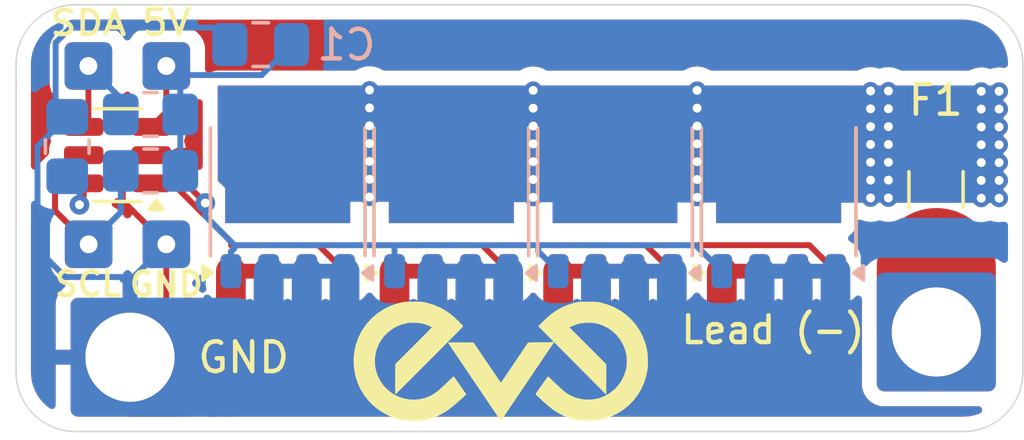
<source format=kicad_pcb>
(kicad_pcb (version 20240108) (generator "pcbnew") (generator_version "8.0")
  (layers (0 "F.Cu" signal) (31 "B.Cu" signal) (34 "B.Paste" user) (35 "F.Paste" user) (36 "B.SilkS" user "B.Silkscreen") (37 "F.SilkS" user "F.Silkscreen") (38 "B.Mask" user) (39 "F.Mask" user) (44 "Edge.Cuts" user))
  (net 0 "")
  (net 1 "GND")
  (net 2 "Net-(U1-A0)")
  (net 3 "SCL")
  (net 4 "+5V")
  (net 5 "SDA")
  (net 6 "Net-(Q1-G)")
  (net 7 "Lead (-)")
  (net 8 "Drain")
  (footprint "EVE PCB Project:eve Logo" (layer "F.Cu") (at 152.81 69.78)
    (property "Reference" "G***" (hide yes))
    (property "Value" "LOGO" (hide yes))
    (fp_poly (pts (xy -2.829644 -2.009768) (xy -2.748745 -2.008847) (xy -2.685186 -2.006691) (xy -2.633325 -2.002821) (xy -2.587524 -1.996758) (xy -2.542143 -1.988023) (xy -2.491542 -1.976137) (xy -2.468899 -1.970474) (xy -2.238667 -1.89993) (xy -2.025302 -1.808097) (xy -1.824504 -1.692947) (xy -1.708413 -1.61193) (xy -1.662543 -1.57547) (xy -1.607502 -1.528215) (xy -1.546856 -1.473628) (xy -1.484168 -1.415172) (xy -1.423005 -1.35631) (xy -1.366931 -1.300506) (xy -1.319512 -1.251223) (xy -1.284313 -1.211924) (xy -1.264899 -1.186073) (xy -1.262289 -1.178543) (xy -1.272559 -1.166795) (xy -1.301475 -1.136407) (xy -1.347479 -1.088942) (xy -1.409016 -1.025967) (xy -1.484531 -0.949047) (xy -1.572468 -0.859745) (xy -1.67127 -0.759628) (xy -1.779382 -0.650261) (xy -1.895247 -0.533208) (xy -2.017311 -0.410034) (xy -2.144017 -0.282304) (xy -2.273809 -0.151584) (xy -2.405131 -0.019439) (xy -2.536428 0.112567) (xy -2.666143 0.242869) (xy -2.792721 0.369901) (xy -2.914606 0.492099) (xy -3.030242 0.607897) (xy -3.138072 0.715731) (xy -3.236542 0.814035) (xy -3.324096 0.901244) (xy -3.399177 0.975794) (xy -3.460229 1.036119) (xy -3.505697 1.080655) (xy -3.534024 1.107836) (xy -3.543604 1.116169) (xy -3.544811 1.102394) (xy -3.545919 1.063202) (xy -3.546897 1.001799) (xy -3.547711 0.921388) (xy -3.548329 0.825173) (xy -3.548718 0.716359) (xy -3.548845 0.60453) (xy -3.548845 0.09289) (xy -2.933521 -0.52231) (xy -2.823908 -0.632052) (xy -2.720542 -0.735833) (xy -2.625166 -0.831884) (xy -2.53952 -0.918438) (xy -2.465347 -0.993726) (xy -2.40439 -1.055979) (xy -2.358389 -1.10343) (xy -2.329086 -1.13431) (xy -2.318225 -1.14685) (xy -2.318197 -1.146968) (xy -2.330746 -1.157334) (xy -2.364302 -1.174291) (xy -2.412732 -1.195355) (xy -2.469901 -1.218042) (xy -2.529673 -1.239868) (xy -2.585914 -1.258348) (xy -2.611549 -1.265763) (xy -2.68454 -1.280352) (xy -2.776491 -1.291103) (xy -2.877943 -1.297581) (xy -2.979439 -1.299349) (xy -3.071521 -1.295972) (xy -3.12972 -1.289645) (xy -3.311169 -1.247093) (xy -3.484384 -1.178689) (xy -3.646334 -1.086637) (xy -3.793991 -0.973138) (xy -3.924328 -0.840396) (xy -4.034314 -0.690615) (xy -4.090722 -0.590627) (xy -4.164414 -0.413855) (xy -4.210758 -0.232498) (xy -4.230129 -0.049068) (xy -4.222903 0.133921) (xy -4.189457 0.313957) (xy -4.130166 0.488527) (xy -4.045408 0.655118) (xy -3.935558 0.811217) (xy -3.869548 0.88645) (xy -3.731799 1.012413) (xy -3.579864 1.115129) (xy -3.416646 1.194271) (xy -3.245048 1.249509) (xy -3.067972 1.280515) (xy -2.888322 1.286962) (xy -2.708999 1.268521) (xy -2.532906 1.224864) (xy -2.362947 1.155662) (xy -2.220148 1.072962) (xy -2.162283 1.030275) (xy -2.088671 0.969702) (xy -2.002954 0.894411) (xy -1.90877 0.807568) (xy -1.843714 0.745438) (xy -1.773696 0.677928) (xy -1.710552 0.617556) (xy -1.65715 0.567024) (xy -1.61636 0.529032) (xy -1.59105 0.506282) (xy -1.58395 0.500845) (xy -1.574313 0.512008) (xy -1.551135 0.542964) (xy -1.517075 0.589916) (xy -1.474794 0.649064) (xy -1.426953 0.71661) (xy -1.376211 0.788757) (xy -1.325229 0.861705) (xy -1.276667 0.931657) (xy -1.233187 0.994814) (xy -1.197448 1.047377) (xy -1.172111 1.085549) (xy -1.159836 1.105531) (xy -1.159098 1.107415) (xy -1.169613 1.122023) (xy -1.198964 1.151935) (xy -1.243863 1.194302) (xy -1.30102 1.246273) (xy -1.367146 1.305001) (xy -1.438952 1.367634) (xy -1.51315 1.431324) (xy -1.58645 1.493222) (xy -1.655563 1.550478) (xy -1.717199 1.600242) (xy -1.768071 1.639665) (xy -1.800006 1.662656) (xy -1.967964 1.762992) (xy -2.153877 1.8508) (xy -2.348392 1.922106) (xy -2.518535 1.96789) (xy -2.587548 1.979078) (xy -2.677909 1.987841) (xy -2.782436 1.994032) (xy -2.893949 1.997502) (xy -3.005266 1.998103) (xy -3.109206 1.995685) (xy -3.198587 1.9901) (xy -3.255493 1.983135) (xy -3.488193 1.93039) (xy -3.70957 1.852541) (xy -3.918009 1.751147) (xy -4.111896 1.627769) (xy -4.289618 1.483965) (xy -4.449559 1.321294) (xy -4.590107 1.141317) (xy -4.709647 0.945592) (xy -4.806564 0.735679) (xy -4.879245 0.513138) (xy -4.908218 0.386367) (xy -4.940567 0.148389) (xy -4.945351 -0.088859) (xy -4.923002 -0.323046) (xy -4.873951 -0.551838) (xy -4.798633 -0.772903) (xy -4.697478 -0.983908) (xy -4.634882 -1.088768) (xy -4.492882 -1.284403) (xy -4.330399 -1.460257) (xy -4.148556 -1.615318) (xy -3.948474 -1.748572) (xy -3.834601 -1.810422) (xy -3.736415 -1.857133) (xy -3.641645 -1.895718) (xy -3.540283 -1.929825) (xy -3.422319 -1.963098) (xy -3.398591 -1.96927) (xy -3.344475 -1.982811) (xy -3.298054 -1.992953) (xy -3.253708 -2.000187) (xy -3.20582 -2.005006) (xy -3.148771 -2.007899) (xy -3.076942 -2.009359) (xy -2.984716 -2.009876) (xy -2.933521 -2.009933)) (fill solid) (layer "F.SilkS"))
    (fp_poly (pts (xy 3.038585 -2.009703) (xy 3.127614 -2.008013) (xy 3.198868 -2.004654) (xy 3.257761 -1.99929) (xy 3.309705 -1.991584) (xy 3.348123 -1.983899) (xy 3.584265 -1.918069) (xy 3.806344 -1.828094) (xy 4.013046 -1.715278) (xy 4.203053 -1.580923) (xy 4.375052 -1.426333) (xy 4.527726 -1.252812) (xy 4.65976 -1.061662) (xy 4.769838 -0.854188) (xy 4.856645 -0.631691) (xy 4.9101 -0.43645) (xy 4.926268 -0.343119) (xy 4.938419 -0.230338) (xy 4.94619 -0.107042) (xy 4.949221 0.017832) (xy 4.947149 0.13535) (xy 4.939613 0.236576) (xy 4.937898 0.250502) (xy 4.892838 0.487608) (xy 4.822325 0.713193) (xy 4.727695 0.925802) (xy 4.610287 1.123978) (xy 4.471437 1.306266) (xy 4.312483 1.47121) (xy 4.134763 1.617355) (xy 3.939614 1.743244) (xy 3.728373 1.847423) (xy 3.502379 1.928436) (xy 3.362817 1.964743) (xy 3.279615 1.978768) (xy 3.175923 1.989023) (xy 3.058932 1.995452) (xy 2.935832 1.997996) (xy 2.813815 1.996597) (xy 2.700071 1.991196) (xy 2.601791 1.981736) (xy 2.54 1.971395) (xy 2.330404 1.914503) (xy 2.1265 1.83699) (xy 1.935561 1.741945) (xy 1.798689 1.65651) (xy 1.749005 1.620112) (xy 1.68845 1.572518) (xy 1.620157 1.51652) (xy 1.547256 1.454912) (xy 1.472881 1.390485) (xy 1.400163 1.326034) (xy 1.332234 1.26435) (xy 1.272225 1.208228) (xy 1.22327 1.160459) (xy 1.1885 1.123836) (xy 1.171047 1.101153) (xy 1.169869 1.095771) (xy 1.189632 1.065018) (xy 1.221101 1.018405) (xy 1.261594 0.959702) (xy 1.308424 0.892675) (xy 1.358909 0.821095) (xy 1.410364 0.748729) (xy 1.460104 0.679346) (xy 1.505445 0.616715) (xy 1.543703 0.564604) (xy 1.572193 0.526782) (xy 1.588232 0.507017) (xy 1.590662 0.505014) (xy 1.603207 0.515295) (xy 1.633561 0.542652) (xy 1.678826 0.584399) (xy 1.73611 0.637853) (xy 1.802516 0.700329) (xy 1.860961 0.755663) (xy 1.96088 0.849624) (xy 2.044567 0.92598) (xy 2.115736 0.98765) (xy 2.178098 1.037554) (xy 2.235365 1.078614) (xy 2.291251 1.113748) (xy 2.349468 1.145878) (xy 2.371193 1.15701) (xy 2.531507 1.222588) (xy 2.704115 1.265515) (xy 2.883328 1.285405) (xy 3.063459 1.281874) (xy 3.238819 1.254536) (xy 3.349167 1.223269) (xy 3.523835 1.149138) (xy 3.684338 1.051514) (xy 3.828615 0.932794) (xy 3.954606 0.795377) (xy 4.060251 0.641662) (xy 4.143492 0.474047) (xy 4.202267 0.294932) (xy 4.220679 0.208443) (xy 4.230348 0.127087) (xy 4.234815 0.029519) (xy 4.234081 -0.072329) (xy 4.228145 -0.166528) (xy 4.220679 -0.222752) (xy 4.174235 -0.406399) (xy 4.103126 -0.578713) (xy 4.00946 -0.73763) (xy 3.895346 -0.881087) (xy 3.762892 -1.007021) (xy 3.614205 -1.11337) (xy 3.451394 -1.19807) (xy 3.276567 -1.259059) (xy 3.131 -1.289168) (xy 3.033133 -1.297941) (xy 2.920941 -1.299143) (xy 2.805393 -1.293286) (xy 2.69746 -1.280881) (xy 2.618705 -1.265269) (xy 2.557614 -1.246731) (xy 2.486257 -1.220831) (xy 2.419911 -1.193122) (xy 2.418902 -1.192661) (xy 2.312114 -1.14384) (xy 2.93048 -0.525352) (xy 3.548845 0.093136) (xy 3.548154 0.60823) (xy 3.547463 1.123324) (xy 2.670623 0.239899) (xy 1.793784 -0.643527) (xy 1.703859 -0.511369) (xy 1.677211 -0.472065) (xy 1.636676 -0.412089) (xy 1.584329 -0.334521) (xy 1.522247 -0.242442) (xy 1.452507 -0.138932) (xy 1.377184 -0.027072) (xy 1.298357 0.090057) (xy 1.233799 0.186029) (xy 1.152415 0.307005) (xy 1.071831 0.426723) (xy 0.994296 0.541843) (xy 0.922061 0.64903) (xy 0.857376 0.744945) (xy 0.802489 0.82625) (xy 0.75965 0.88961) (xy 0.737025 0.922986) (xy 0.701159 0.975924) (xy 0.652128 1.048491) (xy 0.592717 1.136557) (xy 0.525711 1.235987) (xy 0.453897 1.34265) (xy 0.380058 1.452412) (xy 0.32232 1.53831) (xy 0.254637 1.638946) (xy 0.191788 1.732214) (xy 0.1356 1.815414) (xy 0.087901 1.885849) (xy 0.050518 1.940819) (xy 0.025281 1.977627) (xy 0.014015 1.993573) (xy 0.013778 1.993859) (xy 0.002719 1.986667) (xy -0.021317 1.959227) (xy -0.055502 1.915151) (xy -0.097007 1.858048) (xy -0.131932 1.807831) (xy -0.173428 1.746884) (xy -0.227748 1.666798) (xy -0.291766 1.572196) (xy -0.362357 1.467702) (xy -0.436397 1.357941) (xy -0.51076 1.247536) (xy -0.550999 1.187719) (xy -0.624861 1.077913) (xy -0.7007 0.965258) (xy -0.77527 0.854571) (xy -0.845322 0.750668) (xy -0.907609 0.658366) (xy -0.958885 0.582484) (xy -0.980243 0.55093) (xy -1.081382 0.401493) (xy -1.180375 0.254952) (xy -1.275959 0.113196) (xy -1.366871 -0.02189) (xy -1.451848 -0.148417) (xy -1.529628 -0.264498) (xy -1.598946 -0.368244) (xy -1.658541 -0.45777) (xy -1.707148 -0.531187) (xy -1.743506 -0.586607) (xy -1.766351 -0.622144) (xy -1.77442 -0.63591) (xy -1.774422 -0.635943) (xy -1.760695 -0.637927) (xy -1.72184 -0.639498) (xy -1.661346 -0.640619) (xy -1.582702 -0.641251) (xy -1.489398 -0.641359) (xy -1.384923 -0.640903) (xy -1.343122 -0.640576) (xy -0.911822 -0.636788) (xy -0.780914 -0.443605) (xy -0.742872 -0.387408) (xy -0.691534 -0.311481) (xy -0.629601 -0.219824) (xy -0.559776 -0.116439) (xy -0.48476 -0.005326) (xy -0.407256 0.109515) (xy -0.329965 0.224082) (xy -0.3236 0.233518) (xy -0.253004 0.337934) (xy -0.187455 0.434394) (xy -0.128651 0.520439) (xy -0.078289 0.593607) (xy -0.038067 0.651436) (xy -0.009681 0.691465) (xy 0.00517 0.711233) (xy 0.006966 0.712898) (xy 0.011736 0.706344) (xy 0.023709 0.689008) (xy 0.0438 0.65953) (xy 0.072929 0.61655) (xy 0.112013 0.558708) (xy 0.161969 0.484644) (xy 0.223716 0.392997) (xy 0.298171 0.282408) (xy 0.386252 0.151517) (xy 0.488877 -0.001037) (xy 0.550738 -0.093014) (xy 0.622326 -0.199414) (xy 0.689601 -0.299326) (xy 0.750738 -0.390044) (xy 0.803912 -0.468862) (xy 0.847297 -0.533077) (xy 0.879067 -0.579982) (xy 0.897398 -0.606872) (xy 0.900472 -0.611296) (xy 0.907485 -0.620351) (xy 0.91635 -0.627499) (xy 0.930257 -0.632971) (xy 0.952399 -0.636996) (xy 0.985965 -0.639804) (xy 1.034146 -0.641622) (xy 1.100135 -0.642681) (xy 1.187122 -0.64321) (xy 1.298297 -0.643437) (xy 1.348705 -0.643494) (xy 1.455778 -0.643958) (xy 1.55298 -0.645053) (xy 1.636797 -0.646686) (xy 1.703717 -0.648763) (xy 1.750228 -0.651191) (xy 1.772816 -0.653877) (xy 1.774423 -0.654825) (xy 1.764702 -0.667491) (xy 1.737343 -0.697469) (xy 1.695053 -0.741941) (xy 1.640539 -0.79809) (xy 1.576506 -0.863098) (xy 1.516878 -0.922953) (xy 1.259334 -1.180199) (xy 1.427442 -1.349566) (xy 1.590666 -1.504156) (xy 1.750292 -1.634122) (xy 1.910985 -1.742241) (xy 2.07741 -1.831289) (xy 2.254233 -1.904043) (xy 2.446119 -1.96328) (xy 2.468451 -1.969117) (xy 2.523378 -1.982816) (xy 2.570561 -1.993035) (xy 2.615765 -2.000291) (xy 2.664757 -2.005099) (xy 2.723301 -2.007975) (xy 2.797163 -2.009433) (xy 2.892109 -2.00999) (xy 2.926367 -2.010059)) (fill solid) (layer "F.SilkS"))
  )
  (footprint "Connector_Wire:SolderWire-0.1sqmm_1x01_D0.4mm_OD1mm" (layer "F.Cu") (at 138.95 59.84 90)
    (property "Reference" "SDA" (at 1.44 0 0) (layer "F.SilkS") (effects (font (size 0.8 0.9))))
    (property "Value" "Conn_01x01_Socket" (hide yes))
    (pad "1" thru_hole roundrect (at 0 0 90) (size 1.6 1.6) (drill 0.6) (layers "*.Cu" "*.Mask") (roundrect_rratio 0.15625) (net 5 "SDA"))
  )
  (footprint "Package_TO_SOT_SMD:LFPAK56" (layer "F.Cu") (at 162.15 64.075 90)
    (property "Reference" "Q4" (hide yes))
    (property "Value" "5R2L60" (hide yes))
    (fp_line (start 2.15 -2.6) (end -2.15 -2.6) (stroke (width 0.12)) (layer "F.SilkS"))
    (fp_line (start -2.15 2.6) (end 2.15 2.6) (stroke (width 0.12)) (layer "F.SilkS"))
    (fp_poly (pts (xy -2.73 -2.523297) (xy -2.49 -2.853297) (xy -2.97 -2.853297) (xy -2.73 -2.523297)) (stroke (width 0.12)) (fill solid) (layer "F.SilkS"))
    (pad "1" smd roundrect (at -2.67 -1.91) (size 0.7 1.15) (layers "F.Cu" "F.Paste" "F.Mask") (net 1 "GND"))
    (pad "2" smd roundrect (at -2.67 -0.64) (size 0.7 1.15) (layers "F.Cu" "F.Paste" "F.Mask") (net 1 "GND"))
    (pad "3" smd roundrect (at -2.67 0.64) (size 0.7 1.15) (layers "F.Cu" "F.Paste" "F.Mask") (net 1 "GND"))
    (pad "4" smd roundrect (at -2.67 1.91) (size 0.7 1.15) (layers "F.Cu" "F.Paste" "F.Mask") (net 6 "Net-(Q1-G)"))
    (pad "5" smd custom (at 0.6 0 90) (size 3.3 4.2) (layers "F.Cu" "F.Mask") (net 8 "Drain") (options (clearance outline) (anchor rect)) (primitives (gr_poly (pts (xy 2.975 2.35) (xy 1.425 2.35) (xy 1.425 -2.35) (xy 2.975 -2.35)) (width 0) (fill yes))))
  )
  (footprint "Connector_Wire:SolderWire-2.5sqmm_1x01_D2.4mm_OD3.6mm" (layer "F.Cu") (at 167.45 68.79)
    (property "Reference" "Lead (-)" (at -5.49 -0.07 0) (layer "F.SilkS") (effects (font (size 0.9 0.9))))
    (property "Value" "Conn_01x01_Socket" (hide yes))
    (pad "1" thru_hole roundrect (at 0 0) (size 4 4) (drill 3) (layers "*.Cu" "*.Mask") (roundrect_rratio 0.0625) (net 7 "Lead (-)"))
  )
  (footprint "Connector_Wire:SolderWire-2.5sqmm_1x01_D2.4mm_OD3.6mm" (layer "F.Cu") (at 140.35 69.64 180)
    (property "Reference" "GND" (at -3.82 -0.01 180) (layer "F.SilkS"))
    (property "Value" "Conn_01x01_Socket" (hide yes))
    (pad "1" thru_hole roundrect (at 0 0 180) (size 4 4) (drill 3) (layers "*.Cu" "*.Mask") (roundrect_rratio 0.0625) (net 1 "GND"))
  )
  (footprint "Package_TO_SOT_SMD:LFPAK56" (layer "F.Cu") (at 156.65 64.075 90)
    (property "Reference" "Q3" (hide yes))
    (property "Value" "5R2L60" (hide yes))
    (fp_line (start 2.15 -2.6) (end -2.15 -2.6) (stroke (width 0.12)) (layer "F.SilkS"))
    (fp_line (start -2.15 2.6) (end 2.15 2.6) (stroke (width 0.12)) (layer "F.SilkS"))
    (fp_poly (pts (xy -2.73 -2.523297) (xy -2.49 -2.853297) (xy -2.97 -2.853297) (xy -2.73 -2.523297)) (stroke (width 0.12)) (fill solid) (layer "F.SilkS"))
    (pad "1" smd roundrect (at -2.67 -1.91) (size 0.7 1.15) (layers "F.Cu" "F.Paste" "F.Mask") (net 1 "GND"))
    (pad "2" smd roundrect (at -2.67 -0.64) (size 0.7 1.15) (layers "F.Cu" "F.Paste" "F.Mask") (net 1 "GND"))
    (pad "3" smd roundrect (at -2.67 0.64) (size 0.7 1.15) (layers "F.Cu" "F.Paste" "F.Mask") (net 1 "GND"))
    (pad "4" smd roundrect (at -2.67 1.91) (size 0.7 1.15) (layers "F.Cu" "F.Paste" "F.Mask") (net 6 "Net-(Q1-G)"))
    (pad "5" smd custom (at 0.6 0 90) (size 3.3 4.2) (layers "F.Cu" "F.Mask") (net 8 "Drain") (options (clearance outline) (anchor rect)) (primitives (gr_poly (pts (xy 2.975 2.35) (xy 1.425 2.35) (xy 1.425 -2.35) (xy 2.975 -2.35)) (width 0) (fill yes))))
  )
  (footprint "Connector_Wire:SolderWire-0.1sqmm_1x01_D0.4mm_OD1mm" (layer "F.Cu") (at 141.57 59.84 90)
    (property "Reference" "5V" (at 1.46 0 0) (layer "F.SilkS") (effects (font (size 0.85 0.9))))
    (property "Value" "Conn_01x01_Socket" (hide yes))
    (pad "1" thru_hole roundrect (at 0 0 90) (size 1.6 1.6) (drill 0.6) (layers "*.Cu" "*.Mask") (roundrect_rratio 0.15625) (net 4 "+5V"))
  )
  (footprint "Connector_Wire:SolderWire-0.1sqmm_1x01_D0.4mm_OD1mm" (layer "F.Cu") (at 141.57 65.84 90)
    (property "Reference" "GND" (at -1.35 0 0) (layer "F.SilkS") (effects (font (size 0.8 0.8))))
    (property "Value" "Conn_01x01_Socket" (hide yes))
    (pad "1" thru_hole roundrect (at 0 0 90) (size 1.6 1.6) (drill 0.6) (layers "*.Cu" "*.Mask") (roundrect_rratio 0.15625) (net 1 "GND"))
  )
  (footprint "Connector_Wire:SolderWire-0.1sqmm_1x01_D0.4mm_OD1mm" (layer "F.Cu") (at 138.96 65.84 180)
    (property "Reference" "SCL" (at 0.02 -1.34 180) (layer "F.SilkS") (effects (font (size 0.8 0.8))))
    (property "Value" "Conn_01x01_Socket" (hide yes))
    (pad "1" thru_hole roundrect (at 0 0 180) (size 1.6 1.6) (drill 0.6) (layers "*.Cu" "*.Mask") (roundrect_rratio 0.15625) (net 3 "SCL"))
  )
  (footprint "Package_TO_SOT_SMD:LFPAK56" (layer "F.Cu") (at 151.15 64.075 90)
    (property "Reference" "Q2" (hide yes))
    (property "Value" "5R2L60" (hide yes))
    (fp_line (start 2.15 -2.6) (end -2.15 -2.6) (stroke (width 0.12)) (layer "F.SilkS"))
    (fp_line (start -2.15 2.6) (end 2.15 2.6) (stroke (width 0.12)) (layer "F.SilkS"))
    (fp_poly (pts (xy -2.73 -2.523297) (xy -2.49 -2.853297) (xy -2.97 -2.853297) (xy -2.73 -2.523297)) (stroke (width 0.12)) (fill solid) (layer "F.SilkS"))
    (pad "1" smd roundrect (at -2.67 -1.91) (size 0.7 1.15) (layers "F.Cu" "F.Paste" "F.Mask") (net 1 "GND"))
    (pad "2" smd roundrect (at -2.67 -0.64) (size 0.7 1.15) (layers "F.Cu" "F.Paste" "F.Mask") (net 1 "GND"))
    (pad "3" smd roundrect (at -2.67 0.64) (size 0.7 1.15) (layers "F.Cu" "F.Paste" "F.Mask") (net 1 "GND"))
    (pad "4" smd roundrect (at -2.67 1.91) (size 0.7 1.15) (layers "F.Cu" "F.Paste" "F.Mask") (net 6 "Net-(Q1-G)"))
    (pad "5" smd custom (at 0.6 0 90) (size 3.3 4.2) (layers "F.Cu" "F.Mask") (net 8 "Drain") (options (clearance outline) (anchor rect)) (primitives (gr_poly (pts (xy 2.975 2.35) (xy 1.425 2.35) (xy 1.425 -2.35) (xy 2.975 -2.35)) (width 0) (fill yes))))
  )
  (footprint "Package_TO_SOT_SMD:LFPAK56" (layer "F.Cu") (at 145.65 64.075 90)
    (property "Reference" "Q1" (hide yes))
    (property "Value" "5R2L60" (hide yes))
    (fp_line (start 2.15 -2.6) (end -2.15 -2.6) (stroke (width 0.12)) (layer "F.SilkS"))
    (fp_line (start -2.15 2.6) (end 2.15 2.6) (stroke (width 0.12)) (layer "F.SilkS"))
    (fp_poly (pts (xy -2.73 -2.523297) (xy -2.49 -2.853297) (xy -2.97 -2.853297) (xy -2.73 -2.523297)) (stroke (width 0.12)) (fill solid) (layer "F.SilkS"))
    (pad "1" smd roundrect (at -2.67 -1.91) (size 0.7 1.15) (layers "F.Cu" "F.Paste" "F.Mask") (net 1 "GND"))
    (pad "2" smd roundrect (at -2.67 -0.64) (size 0.7 1.15) (layers "F.Cu" "F.Paste" "F.Mask") (net 1 "GND"))
    (pad "3" smd roundrect (at -2.67 0.64) (size 0.7 1.15) (layers "F.Cu" "F.Paste" "F.Mask") (net 1 "GND"))
    (pad "4" smd roundrect (at -2.67 1.91) (size 0.7 1.15) (layers "F.Cu" "F.Paste" "F.Mask") (net 6 "Net-(Q1-G)"))
    (pad "5" smd custom (at 0.6 0 90) (size 3.3 4.2) (layers "F.Cu" "F.Mask") (net 8 "Drain") (options (clearance outline) (anchor rect)) (primitives (gr_poly (pts (xy 2.975 2.35) (xy 1.425 2.35) (xy 1.425 -2.35) (xy 2.975 -2.35)) (width 0) (fill yes))))
  )
  (footprint "Fuse:Fuse_1206_3216Metric" (layer "F.Cu") (at 167.44 64 90)
    (property "Reference" "F1" (at 3.01 -0.01 0) (layer "F.SilkS"))
    (property "Value" "Fuse_1206_3216Metric" (hide yes))
    (fp_line (start -0.602064 -0.91) (end 0.602064 -0.91) (stroke (width 0.12)) (layer "F.SilkS"))
    (fp_line (start -0.602064 0.91) (end 0.602064 0.91) (stroke (width 0.12)) (layer "F.SilkS"))
    (pad "1" smd roundrect (at -1.4 0 90) (size 1.25 1.75) (layers "F.Cu" "F.Paste" "F.Mask") (roundrect_rratio 0.2) (net 7 "Lead (-)"))
    (pad "2" smd roundrect (at 1.4 0 90) (size 1.25 1.75) (layers "F.Cu" "F.Paste" "F.Mask") (roundrect_rratio 0.2) (net 8 "Drain"))
  )
  (footprint "Package_TO_SOT_SMD:SOT-23-6" (layer "F.Cu") (at 139.93 62.84 180)
    (property "Reference" "U1" (hide yes))
    (property "Value" "MCP4725" (hide yes))
    (fp_line (start 0 1.56) (end 0.8 1.56) (stroke (width 0.12)) (layer "F.SilkS"))
    (fp_line (start 0 1.56) (end -0.8 1.56) (stroke (width 0.12)) (layer "F.SilkS"))
    (fp_line (start 0 -1.56) (end 0.8 -1.56) (stroke (width 0.12)) (layer "F.SilkS"))
    (fp_line (start 0 -1.56) (end -0.8 -1.56) (stroke (width 0.12)) (layer "F.SilkS"))
    (fp_poly (pts (xy -1.3 -1.51) (xy -1.54 -1.84) (xy -1.06 -1.84) (xy -1.3 -1.51)) (stroke (width 0.12)) (fill solid) (layer "F.SilkS"))
    (pad "1" smd roundrect (at -1.1375 -0.95 180) (size 1.325 0.6) (layers "F.Cu" "F.Paste" "F.Mask") (net 6 "Net-(Q1-G)"))
    (pad "2" smd roundrect (at -1.1375 0 180) (size 1.325 0.6) (layers "F.Cu" "F.Paste" "F.Mask") (net 1 "GND"))
    (pad "3" smd roundrect (at -1.1375 0.95 180) (size 1.325 0.6) (layers "F.Cu" "F.Paste" "F.Mask") (net 4 "+5V"))
    (pad "4" smd roundrect (at 1.1375 0.95 180) (size 1.325 0.6) (layers "F.Cu" "F.Paste" "F.Mask") (net 5 "SDA"))
    (pad "5" smd roundrect (at 1.1375 0 180) (size 1.325 0.6) (layers "F.Cu" "F.Paste" "F.Mask") (net 3 "SCL"))
    (pad "6" smd roundrect (at 1.1375 -0.95 180) (size 1.325 0.6) (layers "F.Cu" "F.Paste" "F.Mask") (net 2 "Net-(U1-A0)"))
  )
  (footprint "Resistor_SMD:R_0805_2012Metric_Pad1.20x1.40mm_HandSolder" (layer "B.Cu") (at 141.04 61.47 180)
    (property "Reference" "R3" (hide yes))
    (property "Value" "4.7k" (hide yes))
    (fp_line (start 0.227064 0.735) (end -0.227064 0.735) (stroke (width 0.12)) (layer "B.SilkS"))
    (fp_line (start 0.227064 -0.735) (end -0.227064 -0.735) (stroke (width 0.12)) (layer "B.SilkS"))
    (pad "1" smd roundrect (at -1 0 180) (size 1.2 1.4) (layers "B.Cu" "B.Paste" "B.Mask") (roundrect_rratio 0.208333) (net 4 "+5V"))
    (pad "2" smd roundrect (at 1 0 180) (size 1.2 1.4) (layers "B.Cu" "B.Paste" "B.Mask") (roundrect_rratio 0.208333) (net 5 "SDA"))
  )
  (footprint "Capacitor_SMD:C_0805_2012Metric_Pad1.18x1.45mm_HandSolder" (layer "B.Cu") (at 144.7425 59.12 180)
    (property "Reference" "C1" (at -2.8775 -0.01 180) (layer "B.SilkS") (effects (justify mirror)))
    (property "Value" "0.1uF" (hide yes))
    (fp_line (start 0.261252 0.735) (end -0.261252 0.735) (stroke (width 0.12)) (layer "B.SilkS"))
    (fp_line (start 0.261252 -0.735) (end -0.261252 -0.735) (stroke (width 0.12)) (layer "B.SilkS"))
    (pad "1" smd roundrect (at -1.0375 0 180) (size 1.175 1.45) (layers "B.Cu" "B.Paste" "B.Mask") (roundrect_rratio 0.212766) (net 4 "+5V"))
    (pad "2" smd roundrect (at 1.0375 0 180) (size 1.175 1.45) (layers "B.Cu" "B.Paste" "B.Mask") (roundrect_rratio 0.212766) (net 1 "GND"))
  )
  (footprint "Package_TO_SOT_SMD:LFPAK56" (layer "B.Cu") (at 151.15 64.075 90)
    (property "Reference" "Q7" (hide yes))
    (property "Value" "PSMN5R2-60YL" (hide yes))
    (fp_line (start 2.15 -2.6) (end -2.15 -2.6) (stroke (width 0.12)) (layer "B.SilkS"))
    (fp_line (start -2.15 2.6) (end 2.15 2.6) (stroke (width 0.12)) (layer "B.SilkS"))
    (fp_poly (pts (xy -2.73 2.523297) (xy -2.49 2.853297) (xy -2.97 2.853297) (xy -2.73 2.523297)) (stroke (width 0.12)) (fill solid) (layer "B.SilkS"))
    (pad "1" smd roundrect (at -2.67 1.91 180) (size 0.7 1.15) (layers "B.Cu" "B.Paste" "B.Mask") (net 1 "GND"))
    (pad "2" smd roundrect (at -2.67 0.64 180) (size 0.7 1.15) (layers "B.Cu" "B.Paste" "B.Mask") (net 1 "GND"))
    (pad "3" smd roundrect (at -2.67 -0.64 180) (size 0.7 1.15) (layers "B.Cu" "B.Paste" "B.Mask") (net 1 "GND"))
    (pad "4" smd roundrect (at -2.67 -1.91 180) (size 0.7 1.15) (layers "B.Cu" "B.Paste" "B.Mask") (net 6 "Net-(Q1-G)"))
    (pad "5" smd custom (at 0.6 0 90) (size 3.3 4.2) (layers "B.Cu" "B.Mask") (net 8 "Drain") (options (clearance outline) (anchor rect)) (primitives (gr_poly (pts (xy 2.975 -2.35) (xy 1.425 -2.35) (xy 1.425 2.35) (xy 2.975 2.35)) (width 0) (fill yes))))
  )
  (footprint "Resistor_SMD:R_0805_2012Metric_Pad1.20x1.40mm_HandSolder" (layer "B.Cu") (at 138.24 62.55 90)
    (property "Reference" "R1" (hide yes))
    (property "Value" "10k" (hide yes))
    (fp_line (start 0.227064 -0.735) (end -0.227064 -0.735) (stroke (width 0.12)) (layer "B.SilkS"))
    (fp_line (start 0.227064 0.735) (end -0.227064 0.735) (stroke (width 0.12)) (layer "B.SilkS"))
    (pad "1" smd roundrect (at -1 0 90) (size 1.2 1.4) (layers "B.Cu" "B.Paste" "B.Mask") (roundrect_rratio 0.208333) (net 2 "Net-(U1-A0)"))
    (pad "2" smd roundrect (at 1 0 90) (size 1.2 1.4) (layers "B.Cu" "B.Paste" "B.Mask") (roundrect_rratio 0.208333) (net 1 "GND"))
  )
  (footprint "Resistor_SMD:R_0805_2012Metric_Pad1.20x1.40mm_HandSolder" (layer "B.Cu") (at 141.04 63.37 180)
    (property "Reference" "R2" (hide yes))
    (property "Value" "4.7k" (hide yes))
    (fp_line (start 0.227064 0.735) (end -0.227064 0.735) (stroke (width 0.12)) (layer "B.SilkS"))
    (fp_line (start 0.227064 -0.735) (end -0.227064 -0.735) (stroke (width 0.12)) (layer "B.SilkS"))
    (pad "1" smd roundrect (at -1 0 180) (size 1.2 1.4) (layers "B.Cu" "B.Paste" "B.Mask") (roundrect_rratio 0.208333) (net 4 "+5V"))
    (pad "2" smd roundrect (at 1 0 180) (size 1.2 1.4) (layers "B.Cu" "B.Paste" "B.Mask") (roundrect_rratio 0.208333) (net 3 "SCL"))
  )
  (footprint "Package_TO_SOT_SMD:LFPAK56" (layer "B.Cu") (at 145.65 64.075 90)
    (property "Reference" "Q6" (hide yes))
    (property "Value" "PSMN5R2-60YL" (hide yes))
    (fp_line (start 2.15 -2.6) (end -2.15 -2.6) (stroke (width 0.12)) (layer "B.SilkS"))
    (fp_line (start -2.15 2.6) (end 2.15 2.6) (stroke (width 0.12)) (layer "B.SilkS"))
    (fp_poly (pts (xy -2.73 2.523297) (xy -2.49 2.853297) (xy -2.97 2.853297) (xy -2.73 2.523297)) (stroke (width 0.12)) (fill solid) (layer "B.SilkS"))
    (pad "1" smd roundrect (at -2.67 1.91 180) (size 0.7 1.15) (layers "B.Cu" "B.Paste" "B.Mask") (net 1 "GND"))
    (pad "2" smd roundrect (at -2.67 0.64 180) (size 0.7 1.15) (layers "B.Cu" "B.Paste" "B.Mask") (net 1 "GND"))
    (pad "3" smd roundrect (at -2.67 -0.64 180) (size 0.7 1.15) (layers "B.Cu" "B.Paste" "B.Mask") (net 1 "GND"))
    (pad "4" smd roundrect (at -2.67 -1.91 180) (size 0.7 1.15) (layers "B.Cu" "B.Paste" "B.Mask") (net 6 "Net-(Q1-G)"))
    (pad "5" smd custom (at 0.6 0 90) (size 3.3 4.2) (layers "B.Cu" "B.Mask") (net 8 "Drain") (options (clearance outline) (anchor rect)) (primitives (gr_poly (pts (xy 2.975 -2.35) (xy 1.425 -2.35) (xy 1.425 2.35) (xy 2.975 2.35)) (width 0) (fill yes))))
  )
  (footprint "Package_TO_SOT_SMD:LFPAK56" (layer "B.Cu") (at 162.15 64.075 90)
    (property "Reference" "Q5" (hide yes))
    (property "Value" "PSMN5R2-60YL" (hide yes))
    (fp_line (start 2.15 -2.6) (end -2.15 -2.6) (stroke (width 0.12)) (layer "B.SilkS"))
    (fp_line (start -2.15 2.6) (end 2.15 2.6) (stroke (width 0.12)) (layer "B.SilkS"))
    (fp_poly (pts (xy -2.73 2.523297) (xy -2.49 2.853297) (xy -2.97 2.853297) (xy -2.73 2.523297)) (stroke (width 0.12)) (fill solid) (layer "B.SilkS"))
    (pad "1" smd roundrect (at -2.67 1.91 180) (size 0.7 1.15) (layers "B.Cu" "B.Paste" "B.Mask") (net 1 "GND"))
    (pad "2" smd roundrect (at -2.67 0.64 180) (size 0.7 1.15) (layers "B.Cu" "B.Paste" "B.Mask") (net 1 "GND"))
    (pad "3" smd roundrect (at -2.67 -0.64 180) (size 0.7 1.15) (layers "B.Cu" "B.Paste" "B.Mask") (net 1 "GND"))
    (pad "4" smd roundrect (at -2.67 -1.91 180) (size 0.7 1.15) (layers "B.Cu" "B.Paste" "B.Mask") (net 6 "Net-(Q1-G)"))
    (pad "5" smd custom (at 0.6 0 90) (size 3.3 4.2) (layers "B.Cu" "B.Mask") (net 8 "Drain") (options (clearance outline) (anchor rect)) (primitives (gr_poly (pts (xy 2.975 -2.35) (xy 1.425 -2.35) (xy 1.425 2.35) (xy 2.975 2.35)) (width 0) (fill yes))))
  )
  (footprint "Package_TO_SOT_SMD:LFPAK56" (layer "B.Cu") (at 156.65 64.075 90)
    (property "Reference" "Q8" (hide yes))
    (property "Value" "PSMN5R2-60YL" (hide yes))
    (fp_line (start 2.15 -2.6) (end -2.15 -2.6) (stroke (width 0.12)) (layer "B.SilkS"))
    (fp_line (start -2.15 2.6) (end 2.15 2.6) (stroke (width 0.12)) (layer "B.SilkS"))
    (fp_poly (pts (xy -2.73 2.523297) (xy -2.49 2.853297) (xy -2.97 2.853297) (xy -2.73 2.523297)) (stroke (width 0.12)) (fill solid) (layer "B.SilkS"))
    (pad "1" smd roundrect (at -2.67 1.91 180) (size 0.7 1.15) (layers "B.Cu" "B.Paste" "B.Mask") (net 1 "GND"))
    (pad "2" smd roundrect (at -2.67 0.64 180) (size 0.7 1.15) (layers "B.Cu" "B.Paste" "B.Mask") (net 1 "GND"))
    (pad "3" smd roundrect (at -2.67 -0.64 180) (size 0.7 1.15) (layers "B.Cu" "B.Paste" "B.Mask") (net 1 "GND"))
    (pad "4" smd roundrect (at -2.67 -1.91 180) (size 0.7 1.15) (layers "B.Cu" "B.Paste" "B.Mask") (net 6 "Net-(Q1-G)"))
    (pad "5" smd custom (at 0.6 0 90) (size 3.3 4.2) (layers "B.Cu" "B.Mask") (net 8 "Drain") (options (clearance outline) (anchor rect)) (primitives (gr_poly (pts (xy 2.975 -2.35) (xy 1.425 -2.35) (xy 1.425 2.35) (xy 2.975 2.35)) (width 0) (fill yes))))
  )
  (gr_arc (start 168.36 57.78) (mid 169.774214 58.365786) (end 170.36 59.78) (stroke (width 0.05)) (layer "Edge.Cuts"))
  (gr_line (start 170.36 59.78) (end 170.36 70.14) (stroke (width 0.05)) (layer "Edge.Cuts"))
  (gr_arc (start 170.36 70.14) (mid 169.774214 71.554214) (end 168.36 72.14) (stroke (width 0.05)) (layer "Edge.Cuts"))
  (gr_line (start 136.52 70.14) (end 136.52 59.78) (stroke (width 0.05)) (layer "Edge.Cuts"))
  (gr_arc (start 136.52 59.78) (mid 137.105786 58.365786) (end 138.52 57.78) (stroke (width 0.05)) (layer "Edge.Cuts"))
  (gr_line (start 138.52 57.78) (end 168.36 57.78) (stroke (width 0.05)) (layer "Edge.Cuts"))
  (gr_line (start 168.36 72.14) (end 138.52 72.14) (stroke (width 0.05)) (layer "Edge.Cuts"))
  (gr_arc (start 138.52 72.14) (mid 137.105786 71.554214) (end 136.52 70.14) (stroke (width 0.05)) (layer "Edge.Cuts"))
  (segment (start 145.01 66.745) (end 145.01 69.62) (width 1) (layer "F.Cu") (net 1))
  (segment (start 161.51 66.745) (end 161.51 69.51) (width 1) (layer "F.Cu") (net 1))
  (segment (start 154.74 66.745) (end 154.74 68.4) (width 1) (layer "F.Cu") (net 1))
  (segment (start 145.01 69.62) (end 145.03 69.64) (width 1) (layer "F.Cu") (net 1))
  (segment (start 141.57 65.84) (end 140.105 64.375) (width 0.2) (layer "F.Cu") (net 1))
  (segment (start 143.74 68.35) (end 145.03 69.64) (width 1) (layer "F.Cu") (net 1))
  (segment (start 146.29 68.38) (end 145.03 69.64) (width 1) (layer "F.Cu") (net 1))
  (segment (start 154.74 68.4) (end 155.98 69.64) (width 1) (layer "F.Cu") (net 1))
  (segment (start 149.24 66.745) (end 149.24 68.32) (width 1) (layer "F.Cu") (net 1))
  (segment (start 141.57 68.42) (end 140.35 69.64) (width 0.2) (layer "F.Cu") (net 1))
  (segment (start 157.29 68.33) (end 155.98 69.64) (width 1) (layer "F.Cu") (net 1))
  (segment (start 160.24 66.745) (end 160.24 68.24) (width 1) (layer "F.Cu") (net 1))
  (segment (start 140.714448 62.84) (end 141.0675 62.84) (width 0.2) (layer "F.Cu") (net 1))
  (segment (start 142.35 69.64) (end 143.03 69.64) (width 4) (layer "F.Cu") (net 1))
  (segment (start 140.105 63.449448) (end 140.714448 62.84) (width 0.2) (layer "F.Cu") (net 1))
  (segment (start 140.35 69.64) (end 142.35 69.64) (width 4) (layer "F.Cu") (net 1))
  (segment (start 162.79 68.49) (end 161.64 69.64) (width 1) (layer "F.Cu") (net 1))
  (segment (start 151.79 66.745) (end 151.79 68.41) (width 1) (layer "F.Cu") (net 1))
  (segment (start 150.51 69.59) (end 150.56 69.64) (width 1) (layer "F.Cu") (net 1))
  (segment (start 141.57 65.84) (end 141.57 68.42) (width 0.2) (layer "F.Cu") (net 1))
  (segment (start 143.74 66.745) (end 143.74 68.35) (width 1) (layer "F.Cu") (net 1))
  (segment (start 151.79 68.41) (end 150.56 69.64) (width 1) (layer "F.Cu") (net 1))
  (segment (start 149.24 68.32) (end 150.56 69.64) (width 1) (layer "F.Cu") (net 1))
  (segment (start 146.29 66.745) (end 146.29 68.38) (width 1) (layer "F.Cu") (net 1))
  (segment (start 140.105 64.375) (end 140.105 63.449448) (width 0.2) (layer "F.Cu") (net 1))
  (segment (start 157.29 66.745) (end 157.29 68.33) (width 1) (layer "F.Cu") (net 1))
  (segment (start 150.51 66.745) (end 150.51 69.59) (width 1) (layer "F.Cu") (net 1))
  (segment (start 156.01 69.61) (end 155.98 69.64) (width 1) (layer "F.Cu") (net 1))
  (segment (start 160.24 68.24) (end 161.64 69.64) (width 1) (layer "F.Cu") (net 1))
  (segment (start 156.01 66.745) (end 156.01 69.61) (width 1) (layer "F.Cu") (net 1))
  (segment (start 162.79 66.745) (end 162.79 68.49) (width 1) (layer "F.Cu") (net 1))
  (segment (start 161.51 69.51) (end 161.64 69.64) (width 1) (layer "F.Cu") (net 1))
  (segment (start 157.27 69.47) (end 156.01 68.21) (width 1) (layer "B.Cu") (net 1))
  (segment (start 161.51 68.27) (end 161.51 66.745) (width 1) (layer "B.Cu") (net 1))
  (segment (start 140.47 66.94) (end 141.57 65.84) (width 0.2) (layer "B.Cu") (net 1))
  (segment (start 153.06 68.16) (end 153.06 66.745) (width 1) (layer "B.Cu") (net 1))
  (segment (start 137.24 62.55) (end 137.24 66.004744) (width 0.2) (layer "B.Cu") (net 1))
  (segment (start 146.29 69.46) (end 147.56 68.19) (width 1) (layer "B.Cu") (net 1))
  (segment (start 143.135 58.55) (end 138.355256 58.55) (width 0.2) (layer "B.Cu") (net 1))
  (segment (start 137.85 59.055256) (end 137.85 61.16) (width 0.2) (layer "B.Cu") (net 1))
  (segment (start 162.79 66.745) (end 162.79 69.55) (width 1) (layer "B.Cu") (net 1))
  (segment (start 151.79 66.745) (end 151.79 69.43) (width 1) (layer "B.Cu") (net 1))
  (segment (start 157.29 66.745) (end 157.29 69.45) (width 1) (layer "B.Cu") (net 1))
  (segment (start 143.705 59.12) (end 143.135 58.55) (width 0.2) (layer "B.Cu") (net 1))
  (segment (start 151.79 69.43) (end 153.06 68.16) (width 1) (layer "B.Cu") (net 1))
  (segment (start 145.01 68.22) (end 145.01 66.745) (width 1) (layer "B.Cu") (net 1))
  (segment (start 137.85 61.16) (end 138.24 61.55) (width 0.2) (layer "B.Cu") (net 1))
  (segment (start 138.175256 66.94) (end 140.47 66.94) (width 0.2) (layer "B.Cu") (net 1))
  (segment (start 162.79 69.55) (end 162.24 69) (width 1) (layer "B.Cu") (net 1))
  (segment (start 164.06 68.28) (end 164.06 66.745) (width 1) (layer "B.Cu") (net 1))
  (segment (start 146.29 69.46) (end 146.27 69.48) (width 1) (layer "B.Cu") (net 1))
  (segment (start 151.79 69.43) (end 150.51 68.15) (width 1) (layer "B.Cu") (net 1))
  (segment (start 140.35 69.64) (end 143.79 69.64) (width 4) (layer "B.Cu") (net 1))
  (segment (start 156.01 68.21) (end 156.01 66.745) (width 1) (layer "B.Cu") (net 1))
  (segment (start 162.08 68.84) (end 161.51 68.27) (width 1) (layer "B.Cu") (net 1))
  (segment (start 147.56 68.19) (end 147.56 66.745) (width 1) (layer "B.Cu") (net 1))
  (segment (start 146.27 69.48) (end 145.01 68.22) (width 1) (layer "B.Cu") (net 1))
  (segment (start 162.79 69.55) (end 164.06 68.28) (width 1) (layer "B.Cu") (net 1))
  (segment (start 157.29 69.45) (end 158.56 68.18) (width 1) (layer "B.Cu") (net 1))
  (segment (start 157.29 69.45) (end 157.27 69.47) (width 1) (layer "B.Cu") (net 1))
  (segment (start 138.355256 58.55) (end 137.85 59.055256) (width 0.2) (layer "B.Cu") (net 1))
  (segment (start 150.51 68.15) (end 150.51 66.745) (width 1) (layer "B.Cu") (net 1))
  (segment (start 138.24 61.55) (end 137.24 62.55) (width 0.2) (layer "B.Cu") (net 1))
  (segment (start 146.29 66.745) (end 146.29 69.46) (width 1) (layer "B.Cu") (net 1))
  (segment (start 158.56 68.18) (end 158.56 66.745) (width 1) (layer "B.Cu") (net 1))
  (segment (start 137.24 66.004744) (end 138.175256 66.94) (width 0.2) (layer "B.Cu") (net 1))
  (segment (start 138.7925 63.79) (end 138.7925 64.368337) (width 0.2) (layer "F.Cu") (net 2))
  (segment (start 138.7925 64.368337) (end 138.650837 64.51) (width 0.2) (layer "F.Cu") (net 2))
  (via (at 138.650837 64.51) (size 0.66) (drill 0.3) (layers "F.Cu" "B.Cu") (net 2))
  (segment (start 138.650837 64.51) (end 138.650837 63.960837) (width 0.2) (layer "B.Cu") (net 2))
  (segment (start 138.650837 63.960837) (end 138.24 63.55) (width 0.2) (layer "B.Cu") (net 2))
  (segment (start 137.83 63.449448) (end 138.439448 62.84) (width 0.2) (layer "F.Cu") (net 3))
  (segment (start 138.96 65.84) (end 137.83 64.71) (width 0.2) (layer "F.Cu") (net 3))
  (segment (start 138.439448 62.84) (end 138.7925 62.84) (width 0.2) (layer "F.Cu") (net 3))
  (segment (start 137.83 64.71) (end 137.83 63.449448) (width 0.2) (layer "F.Cu") (net 3))
  (segment (start 140.04 64.76) (end 138.96 65.84) (width 0.2) (layer "B.Cu") (net 3))
  (segment (start 140.04 63.37) (end 140.04 64.76) (width 0.2) (layer "B.Cu") (net 3))
  (segment (start 141.57 59.84) (end 141.57 61.3875) (width 0.2) (layer "F.Cu") (net 4))
  (segment (start 141.57 61.3875) (end 141.0675 61.89) (width 0.2) (layer "F.Cu") (net 4))
  (segment (start 142.04 60.31) (end 141.57 59.84) (width 0.2) (layer "B.Cu") (net 4))
  (segment (start 141.57 59.84) (end 141.875 60.145) (width 0.2) (layer "B.Cu") (net 4))
  (segment (start 144.775 60.145) (end 145.78 59.14) (width 0.2) (layer "B.Cu") (net 4))
  (segment (start 142.04 63.37) (end 142.04 61.47) (width 0.2) (layer "B.Cu") (net 4))
  (segment (start 142.04 61.47) (end 142.04 60.31) (width 0.2) (layer "B.Cu") (net 4))
  (segment (start 141.875 60.145) (end 144.775 60.145) (width 0.2) (layer "B.Cu") (net 4))
  (segment (start 138.95 61.7325) (end 138.7925 61.89) (width 0.2) (layer "F.Cu") (net 5))
  (segment (start 138.95 59.84) (end 138.95 61.7325) (width 0.2) (layer "F.Cu") (net 5))
  (segment (start 140.04 61.47) (end 140.04 60.93) (width 0.2) (layer "B.Cu") (net 5))
  (segment (start 140.04 60.93) (end 138.95 59.84) (width 0.2) (layer "B.Cu") (net 5))
  (segment (start 157.685 65.87) (end 158.56 66.745) (width 0.2) (layer "F.Cu") (net 6))
  (segment (start 146.685 65.87) (end 147.56 66.745) (width 0.2) (layer "F.Cu") (net 6))
  (segment (start 152.185 65.87) (end 157.685 65.87) (width 0.2) (layer "F.Cu") (net 6))
  (segment (start 142.88 64.45) (end 142.22 63.79) (width 0.2) (layer "F.Cu") (net 6))
  (segment (start 157.685 65.87) (end 163.185 65.87) (width 0.2) (layer "F.Cu") (net 6))
  (segment (start 163.185 65.87) (end 164.06 66.745) (width 0.2) (layer "F.Cu") (net 6))
  (segment (start 143.750001 65.760001) (end 143.750001 65.87) (width 0.2) (layer "F.Cu") (net 6))
  (segment (start 143.750001 65.87) (end 146.685 65.87) (width 0.2) (layer "F.Cu") (net 6))
  (segment (start 146.685 65.87) (end 152.185 65.87) (width 0.2) (layer "F.Cu") (net 6))
  (segment (start 142.22 63.79) (end 141.0675 63.79) (width 0.2) (layer "F.Cu") (net 6))
  (segment (start 152.185 65.87) (end 153.06 66.745) (width 0.2) (layer "F.Cu") (net 6))
  (segment (start 141.78 63.79) (end 143.750001 65.760001) (width 0.2) (layer "F.Cu") (net 6))
  (segment (start 141.0675 63.79) (end 141.78 63.79) (width 0.2) (layer "F.Cu") (net 6))
  (via (at 142.88 64.45) (size 0.66) (drill 0.3) (layers "F.Cu" "B.Cu") (net 6))
  (segment (start 159.365 65.87) (end 160.24 66.745) (width 0.2) (layer "B.Cu") (net 6))
  (segment (start 143.74 66.09) (end 143.74 66.745) (width 0.2) (layer "B.Cu") (net 6))
  (segment (start 154.07 65.87) (end 154.07 66.075) (width 0.2) (layer "B.Cu") (net 6))
  (segment (start 142.88 64.886336) (end 143.863664 65.87) (width 0.2) (layer "B.Cu") (net 6))
  (segment (start 149.24 65.94) (end 149.24 66.745) (width 0.2) (layer "B.Cu") (net 6))
  (segment (start 149.17 65.87) (end 154.07 65.87) (width 0.2) (layer "B.Cu") (net 6))
  (segment (start 149.17 65.87) (end 149.24 65.94) (width 0.2) (layer "B.Cu") (net 6))
  (segment (start 154.07 65.87) (end 159.365 65.87) (width 0.2) (layer "B.Cu") (net 6))
  (segment (start 143.863664 65.87) (end 143.863664 65.966336) (width 0.2) (layer "B.Cu") (net 6))
  (segment (start 142.88 64.45) (end 142.88 64.886336) (width 0.2) (layer "B.Cu") (net 6))
  (segment (start 143.863664 65.966336) (end 143.74 66.09) (width 0.2) (layer "B.Cu") (net 6))
  (segment (start 143.863664 65.87) (end 149.17 65.87) (width 0.2) (layer "B.Cu") (net 6))
  (segment (start 154.07 66.075) (end 154.74 66.745) (width 0.2) (layer "B.Cu") (net 6))
  (segment (start 167.45 68.79) (end 167.45 66.62) (width 4) (layer "F.Cu") (net 7))
  (via (at 159.41 60.66) (size 0.6) (drill 0.3) (layers "F.Cu" "B.Cu") (net 8))
  (via (at 168.96 61.89) (size 0.6) (drill 0.3) (layers "F.Cu" "B.Cu") (net 8))
  (via (at 165.24 61.88) (size 0.6) (drill 0.3) (layers "F.Cu" "B.Cu") (net 8))
  (via (at 169.56 63.69) (size 0.6) (drill 0.3) (layers "F.Cu" "B.Cu") (net 8))
  (via (at 168.96 64.29) (size 0.6) (drill 0.3) (layers "F.Cu" "B.Cu") (net 8))
  (via (at 159.41 63.66) (size 0.6) (drill 0.3) (layers "F.Cu" "B.Cu") (net 8))
  (via (at 165.24 61.28) (size 0.6) (drill 0.3) (layers "F.Cu" "B.Cu") (net 8))
  (via (at 148.4 63.65) (size 0.6) (drill 0.3) (layers "F.Cu" "B.Cu") (net 8))
  (via (at 168.96 62.49) (size 0.6) (drill 0.3) (layers "F.Cu" "B.Cu") (net 8))
  (via (at 165.84 64.28) (size 0.6) (drill 0.3) (layers "F.Cu" "B.Cu") (net 8))
  (via (at 165.84 63.68) (size 0.6) (drill 0.3) (layers "F.Cu" "B.Cu") (net 8))
  (via (at 165.24 63.68) (size 0.6) (drill 0.3) (layers "F.Cu" "B.Cu") (net 8))
  (via (at 165.24 63.08) (size 0.6) (drill 0.3) (layers "F.Cu" "B.Cu") (net 8))
  (via (at 153.9 64.26) (size 0.6) (drill 0.3) (layers "F.Cu" "B.Cu") (net 8))
  (via (at 165.24 64.28) (size 0.6) (drill 0.3) (layers "F.Cu" "B.Cu") (net 8))
  (via (at 165.84 63.08) (size 0.6) (drill 0.3) (layers "F.Cu" "B.Cu") (net 8))
  (via (at 153.9 63.06) (size 0.6) (drill 0.3) (layers "F.Cu" "B.Cu") (net 8))
  (via (at 165.24 62.48) (size 0.6) (drill 0.3) (layers "F.Cu" "B.Cu") (net 8))
  (via (at 168.96 63.69) (size 0.6) (drill 0.3) (layers "F.Cu" "B.Cu") (net 8))
  (via (at 153.9 63.66) (size 0.6) (drill 0.3) (layers "F.Cu" "B.Cu") (net 8))
  (via (at 169.56 61.89) (size 0.6) (drill 0.3) (layers "F.Cu" "B.Cu") (net 8))
  (via (at 159.41 64.26) (size 0.6) (drill 0.3) (layers "F.Cu" "B.Cu") (net 8))
  (via (at 169.56 64.29) (size 0.6) (drill 0.3) (layers "F.Cu" "B.Cu") (net 8))
  (via (at 169.56 60.69) (size 0.6) (drill 0.3) (layers "F.Cu" "B.Cu") (net 8))
  (via (at 148.4 61.25) (size 0.6) (drill 0.3) (layers "F.Cu" "B.Cu") (net 8))
  (via (at 165.84 61.88) (size 0.6) (drill 0.3) (layers "F.Cu" "B.Cu") (net 8))
  (via (at 168.96 60.69) (size 0.6) (drill 0.3) (layers "F.Cu" "B.Cu") (net 8))
  (via (at 159.41 61.86) (size 0.6) (drill 0.3) (layers "F.Cu" "B.Cu") (net 8))
  (via (at 169.56 63.09) (size 0.6) (drill 0.3) (layers "F.Cu" "B.Cu") (net 8))
  (via (at 148.4 61.85) (size 0.6) (drill 0.3) (layers "F.Cu" "B.Cu") (net 8))
  (via (at 153.9 60.66) (size 0.6) (drill 0.3) (layers "F.Cu" "B.Cu") (net 8))
  (via (at 165.24 60.68) (size 0.6) (drill 0.3) (layers "F.Cu" "B.Cu") (net 8))
  (via (at 165.84 62.48) (size 0.6) (drill 0.3) (layers "F.Cu" "B.Cu") (net 8))
  (via (at 148.4 60.65) (size 0.6) (drill 0.3) (layers "F.Cu" "B.Cu") (net 8))
  (via (at 169.56 62.49) (size 0.6) (drill 0.3) (layers "F.Cu" "B.Cu") (net 8))
  (via (at 165.84 61.28) (size 0.6) (drill 0.3) (layers "F.Cu" "B.Cu") (net 8))
  (via (at 169.56 61.29) (size 0.6) (drill 0.3) (layers "F.Cu" "B.Cu") (net 8))
  (via (at 153.9 61.26) (size 0.6) (drill 0.3) (layers "F.Cu" "B.Cu") (net 8))
  (via (at 159.41 62.46) (size 0.6) (drill 0.3) (layers "F.Cu" "B.Cu") (net 8))
  (via (at 168.96 63.09) (size 0.6) (drill 0.3) (layers "F.Cu" "B.Cu") (net 8))
  (via (at 159.41 63.06) (size 0.6) (drill 0.3) (layers "F.Cu" "B.Cu") (net 8))
  (via (at 148.4 62.45) (size 0.6) (drill 0.3) (layers "F.Cu" "B.Cu") (net 8))
  (via (at 165.84 60.68) (size 0.6) (drill 0.3) (layers "F.Cu" "B.Cu") (net 8))
  (via (at 153.9 61.86) (size 0.6) (drill 0.3) (layers "F.Cu" "B.Cu") (net 8))
  (via (at 153.9 62.46) (size 0.6) (drill 0.3) (layers "F.Cu" "B.Cu") (net 8))
  (via (at 159.41 61.26) (size 0.6) (drill 0.3) (layers "F.Cu" "B.Cu") (net 8))
  (via (at 148.4 64.25) (size 0.6) (drill 0.3) (layers "F.Cu" "B.Cu") (net 8))
  (via (at 148.4 63.05) (size 0.6) (drill 0.3) (layers "F.Cu" "B.Cu") (net 8))
  (via (at 168.96 61.29) (size 0.6) (drill 0.3) (layers "F.Cu" "B.Cu") (net 8))
  (zone (net 8) (net_name "Drain") (layers "F&B.Cu") (priority 1) (connect_pads (clearance 0.5)) (min_thickness 0.25) (fill yes (thermal_gap 0.5) (thermal_bridge_width 0.5))
    (polygon (pts (xy 143.3 60.5) (xy 169.71 60.5) (xy 169.71 64.45) (xy 143.3 64.4)))
  )
  (zone (net 1) (net_name "GND") (layers "F&B.Cu") (connect_pads (clearance 0.5)) (min_thickness 0.25) (fill yes (thermal_gap 0.5) (thermal_bridge_width 0.5) (island_removal_mode 1) (island_area_min 10))
    (polygon (pts (xy 136.51 57.65) (xy 170.38 57.81) (xy 170.4 72.16) (xy 135.98 72.23) (xy 136.48 72.43)))
  )
)
</source>
